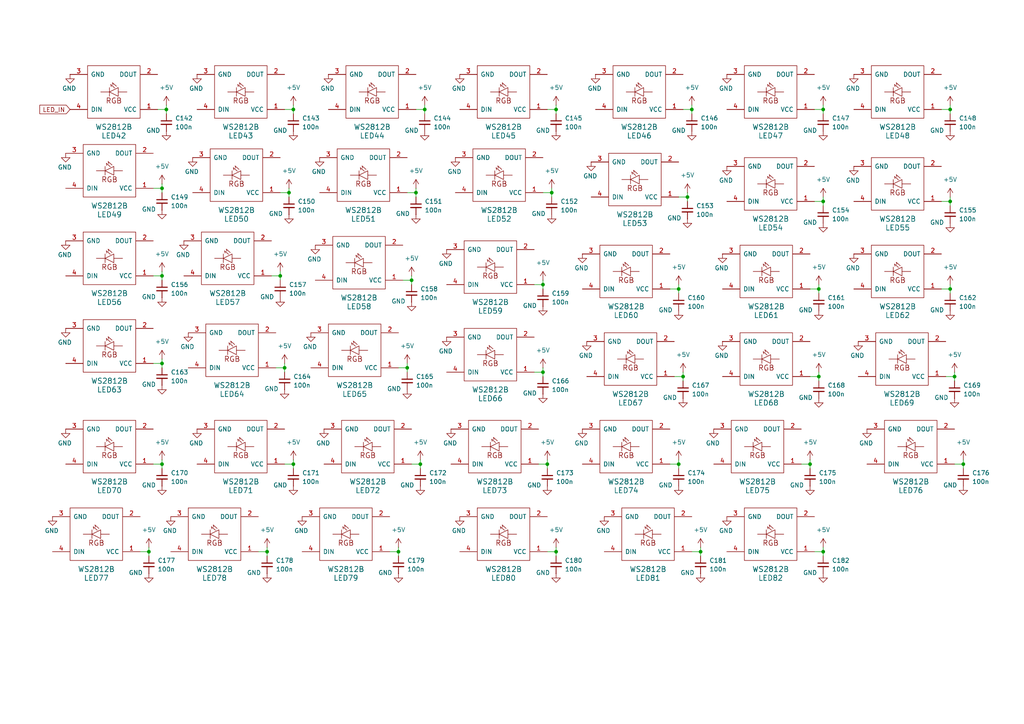
<source format=kicad_sch>
(kicad_sch (version 20231120) (generator "eeschema") (generator_version "8.0")
  (paper "A4")
  (junction (at 275.59 83.82))
  (junction (at 121.92 134.62))
  (junction (at 238.76 31.75))
  (junction (at 161.29 160.02))
  (junction (at 196.85 83.82))
  (junction (at 123.19 31.75))
  (junction (at 157.48 107.95))
  (junction (at 199.39 57.15))
  (junction (at 157.48 82.55))
  (junction (at 85.09 31.75))
  (junction (at 83.82 55.88))
  (junction (at 237.49 83.82))
  (junction (at 85.09 134.62))
  (junction (at 46.99 54.61))
  (junction (at 77.47 160.02))
  (junction (at 120.65 55.88))
  (junction (at 48.26 31.75))
  (junction (at 238.76 160.02))
  (junction (at 119.38 81.28))
  (junction (at 46.99 134.62))
  (junction (at 46.99 105.41))
  (junction (at 118.11 106.68))
  (junction (at 161.29 31.75))
  (junction (at 234.95 134.62))
  (junction (at 158.75 134.62))
  (junction (at 115.57 160.02))
  (junction (at 200.66 31.75))
  (junction (at 275.59 31.75))
  (junction (at 203.2 160.02))
  (junction (at 196.85 134.62))
  (junction (at 276.86 109.22))
  (junction (at 160.02 55.88))
  (junction (at 43.18 160.02))
  (junction (at 237.49 109.22))
  (junction (at 82.55 106.68))
  (junction (at 279.4 134.62))
  (junction (at 275.59 58.42))
  (junction (at 46.99 80.01))
  (junction (at 198.12 109.22))
  (junction (at 238.76 58.42))
  (junction (at 81.28 80.01))
  (wire (pts (xy 234.95 83.82) (xy 237.49 83.82)))
  (wire (pts (xy 44.45 105.41) (xy 46.99 105.41)))
  (wire (pts (xy 43.18 160.02) (xy 43.18 161.29)))
  (wire (pts (xy 196.85 57.15) (xy 199.39 57.15)))
  (wire (pts (xy 154.94 107.95) (xy 157.48 107.95)))
  (wire (pts (xy 83.82 54.61) (xy 83.82 55.88)))
  (wire (pts (xy 236.22 58.42) (xy 238.76 58.42)))
  (wire (pts (xy 78.74 80.01) (xy 81.28 80.01)))
  (wire (pts (xy 274.32 109.22) (xy 276.86 109.22)))
  (wire (pts (xy 44.45 54.61) (xy 46.99 54.61)))
  (wire (pts (xy 161.29 31.75) (xy 161.29 33.02)))
  (wire (pts (xy 120.65 55.88) (xy 120.65 57.15)))
  (wire (pts (xy 276.86 109.22) (xy 276.86 110.49)))
  (wire (pts (xy 275.59 83.82) (xy 275.59 85.09)))
  (wire (pts (xy 48.26 31.75) (xy 48.26 33.02)))
  (wire (pts (xy 158.75 160.02) (xy 161.29 160.02)))
  (wire (pts (xy 74.93 160.02) (xy 77.47 160.02)))
  (wire (pts (xy 120.65 54.61) (xy 120.65 55.88)))
  (wire (pts (xy 273.05 58.42) (xy 275.59 58.42)))
  (wire (pts (xy 279.4 134.62) (xy 279.4 135.89)))
  (wire (pts (xy 198.12 109.22) (xy 198.12 110.49)))
  (wire (pts (xy 46.99 104.14) (xy 46.99 105.41)))
  (wire (pts (xy 237.49 82.55) (xy 237.49 83.82)))
  (wire (pts (xy 273.05 83.82) (xy 275.59 83.82)))
  (wire (pts (xy 157.48 81.28) (xy 157.48 82.55)))
  (wire (pts (xy 46.99 133.35) (xy 46.99 134.62)))
  (wire (pts (xy 237.49 107.95) (xy 237.49 109.22)))
  (wire (pts (xy 116.84 81.28) (xy 119.38 81.28)))
  (wire (pts (xy 236.22 160.02) (xy 238.76 160.02)))
  (wire (pts (xy 46.99 53.34) (xy 46.99 54.61)))
  (wire (pts (xy 118.11 55.88) (xy 120.65 55.88)))
  (wire (pts (xy 43.18 158.75) (xy 43.18 160.02)))
  (wire (pts (xy 156.21 134.62) (xy 158.75 134.62)))
  (wire (pts (xy 83.82 55.88) (xy 83.82 57.15)))
  (wire (pts (xy 199.39 55.88) (xy 199.39 57.15)))
  (wire (pts (xy 157.48 106.68) (xy 157.48 107.95)))
  (wire (pts (xy 158.75 133.35) (xy 158.75 134.62)))
  (wire (pts (xy 46.99 78.74) (xy 46.99 80.01)))
  (wire (pts (xy 121.92 134.62) (xy 121.92 135.89)))
  (wire (pts (xy 115.57 160.02) (xy 115.57 161.29)))
  (wire (pts (xy 237.49 109.22) (xy 237.49 110.49)))
  (wire (pts (xy 161.29 30.48) (xy 161.29 31.75)))
  (wire (pts (xy 82.55 106.68) (xy 82.55 107.95)))
  (wire (pts (xy 77.47 160.02) (xy 77.47 161.29)))
  (wire (pts (xy 199.39 57.15) (xy 199.39 58.42)))
  (wire (pts (xy 85.09 30.48) (xy 85.09 31.75)))
  (wire (pts (xy 82.55 31.75) (xy 85.09 31.75)))
  (wire (pts (xy 123.19 31.75) (xy 123.19 33.02)))
  (wire (pts (xy 85.09 133.35) (xy 85.09 134.62)))
  (wire (pts (xy 85.09 31.75) (xy 85.09 33.02)))
  (wire (pts (xy 275.59 82.55) (xy 275.59 83.82)))
  (wire (pts (xy 118.11 105.41) (xy 118.11 106.68)))
  (wire (pts (xy 194.31 83.82) (xy 196.85 83.82)))
  (wire (pts (xy 82.55 105.41) (xy 82.55 106.68)))
  (wire (pts (xy 44.45 80.01) (xy 46.99 80.01)))
  (wire (pts (xy 120.65 31.75) (xy 123.19 31.75)))
  (wire (pts (xy 238.76 160.02) (xy 238.76 161.29)))
  (wire (pts (xy 279.4 133.35) (xy 279.4 134.62)))
  (wire (pts (xy 85.09 134.62) (xy 85.09 135.89)))
  (wire (pts (xy 46.99 105.41) (xy 46.99 106.68)))
  (wire (pts (xy 160.02 54.61) (xy 160.02 55.88)))
  (wire (pts (xy 194.31 134.62) (xy 196.85 134.62)))
  (wire (pts (xy 81.28 80.01) (xy 81.28 81.28)))
  (wire (pts (xy 196.85 134.62) (xy 196.85 135.89)))
  (wire (pts (xy 160.02 55.88) (xy 160.02 57.15)))
  (wire (pts (xy 238.76 31.75) (xy 238.76 33.02)))
  (wire (pts (xy 77.47 158.75) (xy 77.47 160.02)))
  (wire (pts (xy 115.57 106.68) (xy 118.11 106.68)))
  (wire (pts (xy 161.29 158.75) (xy 161.29 160.02)))
  (wire (pts (xy 119.38 80.01) (xy 119.38 81.28)))
  (wire (pts (xy 121.92 133.35) (xy 121.92 134.62)))
  (wire (pts (xy 40.64 160.02) (xy 43.18 160.02)))
  (wire (pts (xy 119.38 81.28) (xy 119.38 82.55)))
  (wire (pts (xy 238.76 158.75) (xy 238.76 160.02)))
  (wire (pts (xy 157.48 82.55) (xy 157.48 83.82)))
  (wire (pts (xy 236.22 31.75) (xy 238.76 31.75)))
  (wire (pts (xy 161.29 160.02) (xy 161.29 161.29)))
  (wire (pts (xy 80.01 106.68) (xy 82.55 106.68)))
  (wire (pts (xy 275.59 58.42) (xy 275.59 59.69)))
  (wire (pts (xy 48.26 30.48) (xy 48.26 31.75)))
  (wire (pts (xy 200.66 160.02) (xy 203.2 160.02)))
  (wire (pts (xy 46.99 54.61) (xy 46.99 55.88)))
  (wire (pts (xy 276.86 134.62) (xy 279.4 134.62)))
  (wire (pts (xy 115.57 158.75) (xy 115.57 160.02)))
  (wire (pts (xy 238.76 57.15) (xy 238.76 58.42)))
  (wire (pts (xy 46.99 134.62) (xy 46.99 135.89)))
  (wire (pts (xy 275.59 31.75) (xy 275.59 33.02)))
  (wire (pts (xy 234.95 133.35) (xy 234.95 134.62)))
  (wire (pts (xy 203.2 158.75) (xy 203.2 160.02)))
  (wire (pts (xy 154.94 82.55) (xy 157.48 82.55)))
  (wire (pts (xy 46.99 80.01) (xy 46.99 81.28)))
  (wire (pts (xy 119.38 134.62) (xy 121.92 134.62)))
  (wire (pts (xy 118.11 106.68) (xy 118.11 107.95)))
  (wire (pts (xy 81.28 78.74) (xy 81.28 80.01)))
  (wire (pts (xy 238.76 58.42) (xy 238.76 59.69)))
  (wire (pts (xy 232.41 134.62) (xy 234.95 134.62)))
  (wire (pts (xy 157.48 55.88) (xy 160.02 55.88)))
  (wire (pts (xy 198.12 31.75) (xy 200.66 31.75)))
  (wire (pts (xy 157.48 107.95) (xy 157.48 109.22)))
  (wire (pts (xy 195.58 109.22) (xy 198.12 109.22)))
  (wire (pts (xy 158.75 31.75) (xy 161.29 31.75)))
  (wire (pts (xy 275.59 30.48) (xy 275.59 31.75)))
  (wire (pts (xy 45.72 31.75) (xy 48.26 31.75)))
  (wire (pts (xy 196.85 133.35) (xy 196.85 134.62)))
  (wire (pts (xy 196.85 83.82) (xy 196.85 85.09)))
  (wire (pts (xy 276.86 107.95) (xy 276.86 109.22)))
  (wire (pts (xy 275.59 57.15) (xy 275.59 58.42)))
  (wire (pts (xy 82.55 134.62) (xy 85.09 134.62)))
  (wire (pts (xy 234.95 109.22) (xy 237.49 109.22)))
  (wire (pts (xy 158.75 134.62) (xy 158.75 135.89)))
  (wire (pts (xy 123.19 30.48) (xy 123.19 31.75)))
  (wire (pts (xy 81.28 55.88) (xy 83.82 55.88)))
  (wire (pts (xy 44.45 134.62) (xy 46.99 134.62)))
  (wire (pts (xy 196.85 82.55) (xy 196.85 83.82)))
  (wire (pts (xy 200.66 30.48) (xy 200.66 31.75)))
  (wire (pts (xy 234.95 134.62) (xy 234.95 135.89)))
  (wire (pts (xy 237.49 83.82) (xy 237.49 85.09)))
  (wire (pts (xy 113.03 160.02) (xy 115.57 160.02)))
  (wire (pts (xy 198.12 107.95) (xy 198.12 109.22)))
  (wire (pts (xy 273.05 31.75) (xy 275.59 31.75)))
  (wire (pts (xy 238.76 30.48) (xy 238.76 31.75)))
  (wire (pts (xy 203.2 160.02) (xy 203.2 161.29)))
  (wire (pts (xy 200.66 31.75) (xy 200.66 33.02)))
  (global_label "LED_IN" (shape input) (at 20.32 31.75 180) (property "Intersheetrefs" "${INTERSHEET_REFS}" (effects (hide yes))))
  (symbol (lib_id "power:GND") (at 133.35 21.59 0) (unit 1)
    (property "Reference" "#PWR0333" (effects (hide yes)))
    (property "Value" "GND" (at 133.096 25.654 0))
    (property "Description" "Power symbol creates a global label with name \"GND\" , ground" (effects (hide yes)))
  )
  (symbol (lib_id "Device:C_Small") (at 198.12 113.03 0) (unit 1)
    (property "Reference" "C167" (at 200.66 111.7662 0) (effects (justify left)))
    (property "Value" "100n" (at 200.66 114.3062 0) (effects (justify left)))
    (property "Footprint" "Capacitor_SMD:C_0402_1005Metric" (effects (hide yes)))
    (property "Description" "Unpolarized capacitor, small symbol" (effects (hide yes)))
  )
  (symbol (lib_id "Device:C_Small") (at 157.48 111.76 0) (unit 1)
    (property "Reference" "C166" (at 160.02 110.4962 0) (effects (justify left)))
    (property "Value" "100n" (at 160.02 113.0362 0) (effects (justify left)))
    (property "Footprint" "Capacitor_SMD:C_0402_1005Metric" (effects (hide yes)))
    (property "Description" "Unpolarized capacitor, small symbol" (effects (hide yes)))
  )
  (symbol (lib_id "power:GND") (at 161.29 38.1 0) (unit 1)
    (property "Reference" "#PWR0347" (effects (hide yes)))
    (property "Value" "GND" (at 157.48 37.846 0))
    (property "Description" "Power symbol creates a global label with name \"GND\" , ground" (effects (hide yes)))
  )
  (symbol (lib_id "power:+5V") (at 82.55 105.41 0) (unit 1)
    (property "Reference" "#PWR0401" (effects (hide yes)))
    (property "Value" "+5V" (at 82.55 100.33 0))
    (property "Description" "Power symbol creates a global label with name \"+5V\"" (effects (hide yes)))
  )
  (symbol (lib_id "power:GND") (at 157.48 114.3 0) (unit 1)
    (property "Reference" "#PWR0410" (effects (hide yes)))
    (property "Value" "GND" (at 153.67 114.046 0))
    (property "Description" "Power symbol creates a global label with name \"GND\" , ground" (effects (hide yes)))
  )
  (symbol (lib_id "KB_ws2812b:WS2812B") (at 100.33 154.94 180) (unit 1)
    (property "Reference" "LED79" (at 100.33 167.64 0) (effects (font (size 1.524 1.524))))
    (property "Value" "WS2812B" (at 100.33 165.1 0) (effects (font (size 1.524 1.524))))
    (property "Footprint" "KB_Switch_Misc:MX-LED_WS2812B_wide" (effects (hide yes)))
    (property "Description" "RGB LED with integrated controller" (effects (hide yes)))
  )
  (symbol (lib_id "power:+5V") (at 279.4 133.35 0) (unit 1)
    (property "Reference" "#PWR0427" (effects (hide yes)))
    (property "Value" "+5V" (at 279.4 128.27 0))
    (property "Description" "Power symbol creates a global label with name \"+5V\"" (effects (hide yes)))
  )
  (symbol (lib_id "KB_ws2812b:WS2812B") (at 184.15 52.07 180) (unit 1)
    (property "Reference" "LED53" (at 184.15 64.77 0) (effects (font (size 1.524 1.524))))
    (property "Value" "WS2812B" (at 184.15 62.23 0) (effects (font (size 1.524 1.524))))
    (property "Footprint" "KB_Switch_Misc:MX-LED_WS2812B_wide" (effects (hide yes)))
    (property "Description" "RGB LED with integrated controller" (effects (hide yes)))
  )
  (symbol (lib_id "power:GND") (at 55.88 45.72 0) (unit 1)
    (property "Reference" "#PWR0352" (effects (hide yes)))
    (property "Value" "GND" (at 55.626 49.784 0))
    (property "Description" "Power symbol creates a global label with name \"GND\" , ground" (effects (hide yes)))
  )
  (symbol (lib_id "Device:C_Small") (at 238.76 163.83 0) (unit 1)
    (property "Reference" "C182" (at 241.3 162.5662 0) (effects (justify left)))
    (property "Value" "100n" (at 241.3 165.1062 0) (effects (justify left)))
    (property "Footprint" "Capacitor_SMD:C_0402_1005Metric" (effects (hide yes)))
    (property "Description" "Unpolarized capacitor, small symbol" (effects (hide yes)))
  )
  (symbol (lib_id "KB_ws2812b:WS2812B") (at 27.94 154.94 180) (unit 1)
    (property "Reference" "LED77" (at 27.94 167.64 0) (effects (font (size 1.524 1.524))))
    (property "Value" "WS2812B" (at 27.94 165.1 0) (effects (font (size 1.524 1.524))))
    (property "Footprint" "KB_Switch_Misc:MX-LED_WS2812B_wide" (effects (hide yes)))
    (property "Description" "RGB LED with integrated controller" (effects (hide yes)))
  )
  (symbol (lib_id "KB_ws2812b:WS2812B") (at 31.75 129.54 180) (unit 1)
    (property "Reference" "LED70" (at 31.75 142.24 0) (effects (font (size 1.524 1.524))))
    (property "Value" "WS2812B" (at 31.75 139.7 0) (effects (font (size 1.524 1.524))))
    (property "Footprint" "KB_Switch_Misc:MX-LED_WS2812B_wide" (effects (hide yes)))
    (property "Description" "RGB LED with integrated controller" (effects (hide yes)))
  )
  (symbol (lib_id "KB_ws2812b:WS2812B") (at 31.75 49.53 180) (unit 1)
    (property "Reference" "LED49" (at 31.75 62.23 0) (effects (font (size 1.524 1.524))))
    (property "Value" "WS2812B" (at 31.75 59.69 0) (effects (font (size 1.524 1.524))))
    (property "Footprint" "KB_Switch_Misc:MX-LED_WS2812B_wide" (effects (hide yes)))
    (property "Description" "RGB LED with integrated controller" (effects (hide yes)))
  )
  (symbol (lib_id "KB_ws2812b:WS2812B") (at 33.02 26.67 180) (unit 1)
    (property "Reference" "LED42" (at 33.02 39.37 0) (effects (font (size 1.524 1.524))))
    (property "Value" "WS2812B" (at 33.02 36.83 0) (effects (font (size 1.524 1.524))))
    (property "Footprint" "KB_Switch_Misc:MX-LED_WS2812B_wide" (effects (hide yes)))
    (property "Description" "RGB LED with integrated controller" (effects (hide yes)))
  )
  (symbol (lib_id "power:GND") (at 133.35 149.86 0) (unit 1)
    (property "Reference" "#PWR0438" (effects (hide yes)))
    (property "Value" "GND" (at 133.096 153.924 0))
    (property "Description" "Power symbol creates a global label with name \"GND\" , ground" (effects (hide yes)))
  )
  (symbol (lib_id "power:GND") (at 118.11 113.03 0) (unit 1)
    (property "Reference" "#PWR0409" (effects (hide yes)))
    (property "Value" "GND" (at 114.3 112.776 0))
    (property "Description" "Power symbol creates a global label with name \"GND\" , ground" (effects (hide yes)))
  )
  (symbol (lib_id "power:GND") (at 234.95 140.97 0) (unit 1)
    (property "Reference" "#PWR0433" (effects (hide yes)))
    (property "Value" "GND" (at 231.14 140.716 0))
    (property "Description" "Power symbol creates a global label with name \"GND\" , ground" (effects (hide yes)))
  )
  (symbol (lib_id "power:GND") (at 87.63 149.86 0) (unit 1)
    (property "Reference" "#PWR0437" (effects (hide yes)))
    (property "Value" "GND" (at 87.376 153.924 0))
    (property "Description" "Power symbol creates a global label with name \"GND\" , ground" (effects (hide yes)))
  )
  (symbol (lib_id "Device:C_Small") (at 234.95 138.43 0) (unit 1)
    (property "Reference" "C175" (at 237.49 137.1662 0) (effects (justify left)))
    (property "Value" "100n" (at 237.49 139.7062 0) (effects (justify left)))
    (property "Footprint" "Capacitor_SMD:C_0402_1005Metric" (effects (hide yes)))
    (property "Description" "Unpolarized capacitor, small symbol" (effects (hide yes)))
  )
  (symbol (lib_id "KB_ws2812b:WS2812B") (at 260.35 78.74 180) (unit 1)
    (property "Reference" "LED62" (at 260.35 91.44 0) (effects (font (size 1.524 1.524))))
    (property "Value" "WS2812B" (at 260.35 88.9 0) (effects (font (size 1.524 1.524))))
    (property "Footprint" "KB_Switch_Misc:MX-LED_WS2812B_wide" (effects (hide yes)))
    (property "Description" "RGB LED with integrated controller" (effects (hide yes)))
  )
  (symbol (lib_id "power:GND") (at 210.82 48.26 0) (unit 1)
    (property "Reference" "#PWR0356" (effects (hide yes)))
    (property "Value" "GND" (at 210.566 52.324 0))
    (property "Description" "Power symbol creates a global label with name \"GND\" , ground" (effects (hide yes)))
  )
  (symbol (lib_id "Device:C_Small") (at 83.82 59.69 0) (unit 1)
    (property "Reference" "C150" (at 86.36 58.4262 0) (effects (justify left)))
    (property "Value" "100n" (at 86.36 60.9662 0) (effects (justify left)))
    (property "Footprint" "Capacitor_SMD:C_0402_1005Metric" (effects (hide yes)))
    (property "Description" "Unpolarized capacitor, small symbol" (effects (hide yes)))
  )
  (symbol (lib_id "power:GND") (at 85.09 38.1 0) (unit 1)
    (property "Reference" "#PWR0345" (effects (hide yes)))
    (property "Value" "GND" (at 81.28 37.846 0))
    (property "Description" "Power symbol creates a global label with name \"GND\" , ground" (effects (hide yes)))
  )
  (symbol (lib_id "KB_ws2812b:WS2812B") (at 264.16 129.54 180) (unit 1)
    (property "Reference" "LED76" (at 264.16 142.24 0) (effects (font (size 1.524 1.524))))
    (property "Value" "WS2812B" (at 264.16 139.7 0) (effects (font (size 1.524 1.524))))
    (property "Footprint" "KB_Switch_Misc:MX-LED_WS2812B_wide" (effects (hide yes)))
    (property "Description" "RGB LED with integrated controller" (effects (hide yes)))
  )
  (symbol (lib_id "power:GND") (at 132.08 45.72 0) (unit 1)
    (property "Reference" "#PWR0354" (effects (hide yes)))
    (property "Value" "GND" (at 131.826 49.784 0))
    (property "Description" "Power symbol creates a global label with name \"GND\" , ground" (effects (hide yes)))
  )
  (symbol (lib_id "power:GND") (at 238.76 38.1 0) (unit 1)
    (property "Reference" "#PWR0349" (effects (hide yes)))
    (property "Value" "GND" (at 234.95 37.846 0))
    (property "Description" "Power symbol creates a global label with name \"GND\" , ground" (effects (hide yes)))
  )
  (symbol (lib_id "power:+5V") (at 46.99 53.34 0) (unit 1)
    (property "Reference" "#PWR0358" (effects (hide yes)))
    (property "Value" "+5V" (at 46.99 48.26 0))
    (property "Description" "Power symbol creates a global label with name \"+5V\"" (effects (hide yes)))
  )
  (symbol (lib_id "KB_ws2812b:WS2812B") (at 260.35 53.34 180) (unit 1)
    (property "Reference" "LED55" (at 260.35 66.04 0) (effects (font (size 1.524 1.524))))
    (property "Value" "WS2812B" (at 260.35 63.5 0) (effects (font (size 1.524 1.524))))
    (property "Footprint" "KB_Switch_Misc:MX-LED_WS2812B_wide" (effects (hide yes)))
    (property "Description" "RGB LED with integrated controller" (effects (hide yes)))
  )
  (symbol (lib_id "Device:C_Small") (at 115.57 163.83 0) (unit 1)
    (property "Reference" "C179" (at 118.11 162.5662 0) (effects (justify left)))
    (property "Value" "100n" (at 118.11 165.1062 0) (effects (justify left)))
    (property "Footprint" "Capacitor_SMD:C_0402_1005Metric" (effects (hide yes)))
    (property "Description" "Unpolarized capacitor, small symbol" (effects (hide yes)))
  )
  (symbol (lib_id "power:+5V") (at 198.12 107.95 0) (unit 1)
    (property "Reference" "#PWR0404" (effects (hide yes)))
    (property "Value" "+5V" (at 198.12 102.87 0))
    (property "Description" "Power symbol creates a global label with name \"+5V\"" (effects (hide yes)))
  )
  (symbol (lib_id "Device:C_Small") (at 46.99 138.43 0) (unit 1)
    (property "Reference" "C170" (at 49.53 137.1662 0) (effects (justify left)))
    (property "Value" "100n" (at 49.53 139.7062 0) (effects (justify left)))
    (property "Footprint" "Capacitor_SMD:C_0402_1005Metric" (effects (hide yes)))
    (property "Description" "Unpolarized capacitor, small symbol" (effects (hide yes)))
  )
  (symbol (lib_id "Device:C_Small") (at 160.02 59.69 0) (unit 1)
    (property "Reference" "C152" (at 162.56 58.4262 0) (effects (justify left)))
    (property "Value" "100n" (at 162.56 60.9662 0) (effects (justify left)))
    (property "Footprint" "Capacitor_SMD:C_0402_1005Metric" (effects (hide yes)))
    (property "Description" "Unpolarized capacitor, small symbol" (effects (hide yes)))
  )
  (symbol (lib_id "KB_ws2812b:WS2812B") (at 142.24 77.47 180) (unit 1)
    (property "Reference" "LED59" (at 142.24 90.17 0) (effects (font (size 1.524 1.524))))
    (property "Value" "WS2812B" (at 142.24 87.63 0) (effects (font (size 1.524 1.524))))
    (property "Footprint" "KB_Switch_Misc:MX-LED_WS2812B_wide" (effects (hide yes)))
    (property "Description" "RGB LED with integrated controller" (effects (hide yes)))
  )
  (symbol (lib_id "power:GND") (at 209.55 99.06 0) (unit 1)
    (property "Reference" "#PWR0398" (effects (hide yes)))
    (property "Value" "GND" (at 209.296 103.124 0))
    (property "Description" "Power symbol creates a global label with name \"GND\" , ground" (effects (hide yes)))
  )
  (symbol (lib_id "power:+5V") (at 203.2 158.75 0) (unit 1)
    (property "Reference" "#PWR0445" (effects (hide yes)))
    (property "Value" "+5V" (at 203.2 153.67 0))
    (property "Description" "Power symbol creates a global label with name \"+5V\"" (effects (hide yes)))
  )
  (symbol (lib_id "power:GND") (at 237.49 115.57 0) (unit 1)
    (property "Reference" "#PWR0412" (effects (hide yes)))
    (property "Value" "GND" (at 233.68 115.316 0))
    (property "Description" "Power symbol creates a global label with name \"GND\" , ground" (effects (hide yes)))
  )
  (symbol (lib_id "power:+5V") (at 196.85 82.55 0) (unit 1)
    (property "Reference" "#PWR0383" (effects (hide yes)))
    (property "Value" "+5V" (at 196.85 77.47 0))
    (property "Description" "Power symbol creates a global label with name \"+5V\"" (effects (hide yes)))
  )
  (symbol (lib_id "power:+5V") (at 237.49 82.55 0) (unit 1)
    (property "Reference" "#PWR0384" (effects (hide yes)))
    (property "Value" "+5V" (at 237.49 77.47 0))
    (property "Description" "Power symbol creates a global label with name \"+5V\"" (effects (hide yes)))
  )
  (symbol (lib_id "power:GND") (at 175.26 149.86 0) (unit 1)
    (property "Reference" "#PWR0439" (effects (hide yes)))
    (property "Value" "GND" (at 175.006 153.924 0))
    (property "Description" "Power symbol creates a global label with name \"GND\" , ground" (effects (hide yes)))
  )
  (symbol (lib_id "KB_ws2812b:WS2812B") (at 102.87 101.6 180) (unit 1)
    (property "Reference" "LED65" (at 102.87 114.3 0) (effects (font (size 1.524 1.524))))
    (property "Value" "WS2812B" (at 102.87 111.76 0) (effects (font (size 1.524 1.524))))
    (property "Footprint" "KB_Switch_Misc:MX-LED_WS2812B_wide" (effects (hide yes)))
    (property "Description" "RGB LED with integrated controller" (effects (hide yes)))
  )
  (symbol (lib_id "KB_ws2812b:WS2812B") (at 106.68 129.54 180) (unit 1)
    (property "Reference" "LED72" (at 106.68 142.24 0) (effects (font (size 1.524 1.524))))
    (property "Value" "WS2812B" (at 106.68 139.7 0) (effects (font (size 1.524 1.524))))
    (property "Footprint" "KB_Switch_Misc:MX-LED_WS2812B_wide" (effects (hide yes)))
    (property "Description" "RGB LED with integrated controller" (effects (hide yes)))
  )
  (symbol (lib_id "power:GND") (at 20.32 21.59 0) (unit 1)
    (property "Reference" "#PWR0330" (effects (hide yes)))
    (property "Value" "GND" (at 20.066 25.654 0))
    (property "Description" "Power symbol creates a global label with name \"GND\" , ground" (effects (hide yes)))
  )
  (symbol (lib_id "Device:C_Small") (at 275.59 62.23 0) (unit 1)
    (property "Reference" "C155" (at 278.13 60.9662 0) (effects (justify left)))
    (property "Value" "100n" (at 278.13 63.5062 0) (effects (justify left)))
    (property "Footprint" "Capacitor_SMD:C_0402_1005Metric" (effects (hide yes)))
    (property "Description" "Unpolarized capacitor, small symbol" (effects (hide yes)))
  )
  (symbol (lib_id "power:GND") (at 196.85 140.97 0) (unit 1)
    (property "Reference" "#PWR0432" (effects (hide yes)))
    (property "Value" "GND" (at 193.04 140.716 0))
    (property "Description" "Power symbol creates a global label with name \"GND\" , ground" (effects (hide yes)))
  )
  (symbol (lib_id "power:GND") (at 238.76 166.37 0) (unit 1)
    (property "Reference" "#PWR0452" (effects (hide yes)))
    (property "Value" "GND" (at 234.95 166.116 0))
    (property "Description" "Power symbol creates a global label with name \"GND\" , ground" (effects (hide yes)))
  )
  (symbol (lib_id "power:GND") (at 168.91 73.66 0) (unit 1)
    (property "Reference" "#PWR0376" (effects (hide yes)))
    (property "Value" "GND" (at 168.656 77.724 0))
    (property "Description" "Power symbol creates a global label with name \"GND\" , ground" (effects (hide yes)))
  )
  (symbol (lib_id "power:GND") (at 53.34 69.85 0) (unit 1)
    (property "Reference" "#PWR0373" (effects (hide yes)))
    (property "Value" "GND" (at 53.086 73.914 0))
    (property "Description" "Power symbol creates a global label with name \"GND\" , ground" (effects (hide yes)))
  )
  (symbol (lib_id "power:GND") (at 46.99 60.96 0) (unit 1)
    (property "Reference" "#PWR0365" (effects (hide yes)))
    (property "Value" "GND" (at 43.18 60.706 0))
    (property "Description" "Power symbol creates a global label with name \"GND\" , ground" (effects (hide yes)))
  )
  (symbol (lib_id "power:+5V") (at 275.59 82.55 0) (unit 1)
    (property "Reference" "#PWR0385" (effects (hide yes)))
    (property "Value" "+5V" (at 275.59 77.47 0))
    (property "Description" "Power symbol creates a global label with name \"+5V\"" (effects (hide yes)))
  )
  (symbol (lib_id "KB_ws2812b:WS2812B") (at 105.41 50.8 180) (unit 1)
    (property "Reference" "LED51" (at 105.41 63.5 0) (effects (font (size 1.524 1.524))))
    (property "Value" "WS2812B" (at 105.41 60.96 0) (effects (font (size 1.524 1.524))))
    (property "Footprint" "KB_Switch_Misc:MX-LED_WS2812B_wide" (effects (hide yes)))
    (property "Description" "RGB LED with integrated controller" (effects (hide yes)))
  )
  (symbol (lib_id "power:GND") (at 129.54 72.39 0) (unit 1)
    (property "Reference" "#PWR0375" (effects (hide yes)))
    (property "Value" "GND" (at 129.286 76.454 0))
    (property "Description" "Power symbol creates a global label with name \"GND\" , ground" (effects (hide yes)))
  )
  (symbol (lib_id "Device:C_Small") (at 200.66 35.56 0) (unit 1)
    (property "Reference" "C146" (at 203.2 34.2962 0) (effects (justify left)))
    (property "Value" "100n" (at 203.2 36.8362 0) (effects (justify left)))
    (property "Footprint" "Capacitor_SMD:C_0402_1005Metric" (effects (hide yes)))
    (property "Description" "Unpolarized capacitor, small symbol" (effects (hide yes)))
  )
  (symbol (lib_id "power:GND") (at 77.47 166.37 0) (unit 1)
    (property "Reference" "#PWR0448" (effects (hide yes)))
    (property "Value" "GND" (at 73.66 166.116 0))
    (property "Description" "Power symbol creates a global label with name \"GND\" , ground" (effects (hide yes)))
  )
  (symbol (lib_id "power:GND") (at 200.66 38.1 0) (unit 1)
    (property "Reference" "#PWR0348" (effects (hide yes)))
    (property "Value" "GND" (at 196.85 37.846 0))
    (property "Description" "Power symbol creates a global label with name \"GND\" , ground" (effects (hide yes)))
  )
  (symbol (lib_id "Device:C_Small") (at 203.2 163.83 0) (unit 1)
    (property "Reference" "C181" (at 205.74 162.5662 0) (effects (justify left)))
    (property "Value" "100n" (at 205.74 165.1062 0) (effects (justify left)))
    (property "Footprint" "Capacitor_SMD:C_0402_1005Metric" (effects (hide yes)))
    (property "Description" "Unpolarized capacitor, small symbol" (effects (hide yes)))
  )
  (symbol (lib_id "KB_ws2812b:WS2812B") (at 69.85 129.54 180) (unit 1)
    (property "Reference" "LED71" (at 69.85 142.24 0) (effects (font (size 1.524 1.524))))
    (property "Value" "WS2812B" (at 69.85 139.7 0) (effects (font (size 1.524 1.524))))
    (property "Footprint" "KB_Switch_Misc:MX-LED_WS2812B_wide" (effects (hide yes)))
    (property "Description" "RGB LED with integrated controller" (effects (hide yes)))
  )
  (symbol (lib_id "power:GND") (at 198.12 115.57 0) (unit 1)
    (property "Reference" "#PWR0411" (effects (hide yes)))
    (property "Value" "GND" (at 194.31 115.316 0))
    (property "Description" "Power symbol creates a global label with name \"GND\" , ground" (effects (hide yes)))
  )
  (symbol (lib_id "power:GND") (at 57.15 124.46 0) (unit 1)
    (property "Reference" "#PWR0415" (effects (hide yes)))
    (property "Value" "GND" (at 56.896 128.524 0))
    (property "Description" "Power symbol creates a global label with name \"GND\" , ground" (effects (hide yes)))
  )
  (symbol (lib_id "KB_ws2812b:WS2812B") (at 66.04 74.93 180) (unit 1)
    (property "Reference" "LED57" (at 66.04 87.63 0) (effects (font (size 1.524 1.524))))
    (property "Value" "WS2812B" (at 66.04 85.09 0) (effects (font (size 1.524 1.524))))
    (property "Footprint" "KB_Switch_Misc:MX-LED_WS2812B_wide" (effects (hide yes)))
    (property "Description" "RGB LED with integrated controller" (effects (hide yes)))
  )
  (symbol (lib_id "Device:C_Small") (at 82.55 110.49 0) (unit 1)
    (property "Reference" "C164" (at 85.09 109.2262 0) (effects (justify left)))
    (property "Value" "100n" (at 85.09 111.7662 0) (effects (justify left)))
    (property "Footprint" "Capacitor_SMD:C_0402_1005Metric" (effects (hide yes)))
    (property "Description" "Unpolarized capacitor, small symbol" (effects (hide yes)))
  )
  (symbol (lib_id "power:GND") (at 85.09 140.97 0) (unit 1)
    (property "Reference" "#PWR0429" (effects (hide yes)))
    (property "Value" "GND" (at 81.28 140.716 0))
    (property "Description" "Power symbol creates a global label with name \"GND\" , ground" (effects (hide yes)))
  )
  (symbol (lib_id "KB_ws2812b:WS2812B") (at 31.75 100.33 180) (unit 1)
    (property "Reference" "LED63" (at 31.75 113.03 0) (effects (font (size 1.524 1.524))))
    (property "Value" "WS2812B" (at 31.75 110.49 0) (effects (font (size 1.524 1.524))))
    (property "Footprint" "KB_Switch_Misc:MX-LED_WS2812B_wide" (effects (hide yes)))
    (property "Description" "RGB LED with integrated controller" (effects (hide yes)))
  )
  (symbol (lib_id "power:GND") (at 90.17 96.52 0) (unit 1)
    (property "Reference" "#PWR0395" (effects (hide yes)))
    (property "Value" "GND" (at 89.916 100.584 0))
    (property "Description" "Power symbol creates a global label with name \"GND\" , ground" (effects (hide yes)))
  )
  (symbol (lib_id "Device:C_Small") (at 275.59 35.56 0) (unit 1)
    (property "Reference" "C148" (at 278.13 34.2962 0) (effects (justify left)))
    (property "Value" "100n" (at 278.13 36.8362 0) (effects (justify left)))
    (property "Footprint" "Capacitor_SMD:C_0402_1005Metric" (effects (hide yes)))
    (property "Description" "Unpolarized capacitor, small symbol" (effects (hide yes)))
  )
  (symbol (lib_id "power:GND") (at 196.85 90.17 0) (unit 1)
    (property "Reference" "#PWR0390" (effects (hide yes)))
    (property "Value" "GND" (at 193.04 89.916 0))
    (property "Description" "Power symbol creates a global label with name \"GND\" , ground" (effects (hide yes)))
  )
  (symbol (lib_id "power:+5V") (at 276.86 107.95 0) (unit 1)
    (property "Reference" "#PWR0406" (effects (hide yes)))
    (property "Value" "+5V" (at 276.86 102.87 0))
    (property "Description" "Power symbol creates a global label with name \"+5V\"" (effects (hide yes)))
  )
  (symbol (lib_id "Device:C_Small") (at 196.85 138.43 0) (unit 1)
    (property "Reference" "C174" (at 199.39 137.1662 0) (effects (justify left)))
    (property "Value" "100n" (at 199.39 139.7062 0) (effects (justify left)))
    (property "Footprint" "Capacitor_SMD:C_0402_1005Metric" (effects (hide yes)))
    (property "Description" "Unpolarized capacitor, small symbol" (effects (hide yes)))
  )
  (symbol (lib_id "power:GND") (at 275.59 64.77 0) (unit 1)
    (property "Reference" "#PWR0371" (effects (hide yes)))
    (property "Value" "GND" (at 271.78 64.516 0))
    (property "Description" "Power symbol creates a global label with name \"GND\" , ground" (effects (hide yes)))
  )
  (symbol (lib_id "KB_ws2812b:WS2812B") (at 69.85 26.67 180) (unit 1)
    (property "Reference" "LED43" (at 69.85 39.37 0) (effects (font (size 1.524 1.524))))
    (property "Value" "WS2812B" (at 69.85 36.83 0) (effects (font (size 1.524 1.524))))
    (property "Footprint" "KB_Switch_Misc:MX-LED_WS2812B_wide" (effects (hide yes)))
    (property "Description" "RGB LED with integrated controller" (effects (hide yes)))
  )
  (symbol (lib_id "KB_ws2812b:WS2812B") (at 222.25 78.74 180) (unit 1)
    (property "Reference" "LED61" (at 222.25 91.44 0) (effects (font (size 1.524 1.524))))
    (property "Value" "WS2812B" (at 222.25 88.9 0) (effects (font (size 1.524 1.524))))
    (property "Footprint" "KB_Switch_Misc:MX-LED_WS2812B_wide" (effects (hide yes)))
    (property "Description" "RGB LED with integrated controller" (effects (hide yes)))
  )
  (symbol (lib_id "KB_ws2812b:WS2812B") (at 187.96 154.94 180) (unit 1)
    (property "Reference" "LED81" (at 187.96 167.64 0) (effects (font (size 1.524 1.524))))
    (property "Value" "WS2812B" (at 187.96 165.1 0) (effects (font (size 1.524 1.524))))
    (property "Footprint" "KB_Switch_Misc:MX-LED_WS2812B_wide" (effects (hide yes)))
    (property "Description" "RGB LED with integrated controller" (effects (hide yes)))
  )
  (symbol (lib_id "power:+5V") (at 46.99 133.35 0) (unit 1)
    (property "Reference" "#PWR0421" (effects (hide yes)))
    (property "Value" "+5V" (at 46.99 128.27 0))
    (property "Description" "Power symbol creates a global label with name \"+5V\"" (effects (hide yes)))
  )
  (symbol (lib_id "power:GND") (at 275.59 90.17 0) (unit 1)
    (property "Reference" "#PWR0392" (effects (hide yes)))
    (property "Value" "GND" (at 271.78 89.916 0))
    (property "Description" "Power symbol creates a global label with name \"GND\" , ground" (effects (hide yes)))
  )
  (symbol (lib_id "Device:C_Small") (at 123.19 35.56 0) (unit 1)
    (property "Reference" "C144" (at 125.73 34.2962 0) (effects (justify left)))
    (property "Value" "100n" (at 125.73 36.8362 0) (effects (justify left)))
    (property "Footprint" "Capacitor_SMD:C_0402_1005Metric" (effects (hide yes)))
    (property "Description" "Unpolarized capacitor, small symbol" (effects (hide yes)))
  )
  (symbol (lib_id "Device:C_Small") (at 85.09 138.43 0) (unit 1)
    (property "Reference" "C171" (at 87.63 137.1662 0) (effects (justify left)))
    (property "Value" "100n" (at 87.63 139.7062 0) (effects (justify left)))
    (property "Footprint" "Capacitor_SMD:C_0402_1005Metric" (effects (hide yes)))
    (property "Description" "Unpolarized capacitor, small symbol" (effects (hide yes)))
  )
  (symbol (lib_id "power:GND") (at 129.54 97.79 0) (unit 1)
    (property "Reference" "#PWR0396" (effects (hide yes)))
    (property "Value" "GND" (at 129.286 101.854 0))
    (property "Description" "Power symbol creates a global label with name \"GND\" , ground" (effects (hide yes)))
  )
  (symbol (lib_id "power:GND") (at 158.75 140.97 0) (unit 1)
    (property "Reference" "#PWR0431" (effects (hide yes)))
    (property "Value" "GND" (at 154.94 140.716 0))
    (property "Description" "Power symbol creates a global label with name \"GND\" , ground" (effects (hide yes)))
  )
  (symbol (lib_id "Device:C_Small") (at 237.49 113.03 0) (unit 1)
    (property "Reference" "C168" (at 240.03 111.7662 0) (effects (justify left)))
    (property "Value" "100n" (at 240.03 114.3062 0) (effects (justify left)))
    (property "Footprint" "Capacitor_SMD:C_0402_1005Metric" (effects (hide yes)))
    (property "Description" "Unpolarized capacitor, small symbol" (effects (hide yes)))
  )
  (symbol (lib_id "KB_ws2812b:WS2812B") (at 146.05 154.94 180) (unit 1)
    (property "Reference" "LED80" (at 146.05 167.64 0) (effects (font (size 1.524 1.524))))
    (property "Value" "WS2812B" (at 146.05 165.1 0) (effects (font (size 1.524 1.524))))
    (property "Footprint" "KB_Switch_Misc:MX-LED_WS2812B_wide" (effects (hide yes)))
    (property "Description" "RGB LED with integrated controller" (effects (hide yes)))
  )
  (symbol (lib_id "power:GND") (at 19.05 69.85 0) (unit 1)
    (property "Reference" "#PWR0372" (effects (hide yes)))
    (property "Value" "GND" (at 18.796 73.914 0))
    (property "Description" "Power symbol creates a global label with name \"GND\" , ground" (effects (hide yes)))
  )
  (symbol (lib_id "power:+5V") (at 161.29 158.75 0) (unit 1)
    (property "Reference" "#PWR0444" (effects (hide yes)))
    (property "Value" "+5V" (at 161.29 153.67 0))
    (property "Description" "Power symbol creates a global label with name \"+5V\"" (effects (hide yes)))
  )
  (symbol (lib_id "power:GND") (at 46.99 86.36 0) (unit 1)
    (property "Reference" "#PWR0386" (effects (hide yes)))
    (property "Value" "GND" (at 43.18 86.106 0))
    (property "Description" "Power symbol creates a global label with name \"GND\" , ground" (effects (hide yes)))
  )
  (symbol (lib_id "power:GND") (at 49.53 149.86 0) (unit 1)
    (property "Reference" "#PWR0436" (effects (hide yes)))
    (property "Value" "GND" (at 49.276 153.924 0))
    (property "Description" "Power symbol creates a global label with name \"GND\" , ground" (effects (hide yes)))
  )
  (symbol (lib_id "power:GND") (at 119.38 87.63 0) (unit 1)
    (property "Reference" "#PWR0388" (effects (hide yes)))
    (property "Value" "GND" (at 115.57 87.376 0))
    (property "Description" "Power symbol creates a global label with name \"GND\" , ground" (effects (hide yes)))
  )
  (symbol (lib_id "power:+5V") (at 121.92 133.35 0) (unit 1)
    (property "Reference" "#PWR0423" (effects (hide yes)))
    (property "Value" "+5V" (at 121.92 128.27 0))
    (property "Description" "Power symbol creates a global label with name \"+5V\"" (effects (hide yes)))
  )
  (symbol (lib_id "Device:C_Small") (at 46.99 109.22 0) (unit 1)
    (property "Reference" "C163" (at 49.53 107.9562 0) (effects (justify left)))
    (property "Value" "100n" (at 49.53 110.4962 0) (effects (justify left)))
    (property "Footprint" "Capacitor_SMD:C_0402_1005Metric" (effects (hide yes)))
    (property "Description" "Unpolarized capacitor, small symbol" (effects (hide yes)))
  )
  (symbol (lib_id "Device:C_Small") (at 119.38 85.09 0) (unit 1)
    (property "Reference" "C158" (at 121.92 83.8262 0) (effects (justify left)))
    (property "Value" "100n" (at 121.92 86.3662 0) (effects (justify left)))
    (property "Footprint" "Capacitor_SMD:C_0402_1005Metric" (effects (hide yes)))
    (property "Description" "Unpolarized capacitor, small symbol" (effects (hide yes)))
  )
  (symbol (lib_id "power:GND") (at 95.25 21.59 0) (unit 1)
    (property "Reference" "#PWR0332" (effects (hide yes)))
    (property "Value" "GND" (at 94.996 25.654 0))
    (property "Description" "Power symbol creates a global label with name \"GND\" , ground" (effects (hide yes)))
  )
  (symbol (lib_id "Device:C_Small") (at 161.29 163.83 0) (unit 1)
    (property "Reference" "C180" (at 163.83 162.5662 0) (effects (justify left)))
    (property "Value" "100n" (at 163.83 165.1062 0) (effects (justify left)))
    (property "Footprint" "Capacitor_SMD:C_0402_1005Metric" (effects (hide yes)))
    (property "Description" "Unpolarized capacitor, small symbol" (effects (hide yes)))
  )
  (symbol (lib_id "power:+5V") (at 200.66 30.48 0) (unit 1)
    (property "Reference" "#PWR0341" (effects (hide yes)))
    (property "Value" "+5V" (at 200.66 25.4 0))
    (property "Description" "Power symbol creates a global label with name \"+5V\"" (effects (hide yes)))
  )
  (symbol (lib_id "KB_ws2812b:WS2812B") (at 261.62 104.14 180) (unit 1)
    (property "Reference" "LED69" (at 261.62 116.84 0) (effects (font (size 1.524 1.524))))
    (property "Value" "WS2812B" (at 261.62 114.3 0) (effects (font (size 1.524 1.524))))
    (property "Footprint" "KB_Switch_Misc:MX-LED_WS2812B_wide" (effects (hide yes)))
    (property "Description" "RGB LED with integrated controller" (effects (hide yes)))
  )
  (symbol (lib_id "power:+5V") (at 115.57 158.75 0) (unit 1)
    (property "Reference" "#PWR0443" (effects (hide yes)))
    (property "Value" "+5V" (at 115.57 153.67 0))
    (property "Description" "Power symbol creates a global label with name \"+5V\"" (effects (hide yes)))
  )
  (symbol (lib_id "power:GND") (at 168.91 124.46 0) (unit 1)
    (property "Reference" "#PWR0418" (effects (hide yes)))
    (property "Value" "GND" (at 168.656 128.524 0))
    (property "Description" "Power symbol creates a global label with name \"GND\" , ground" (effects (hide yes)))
  )
  (symbol (lib_id "Device:C_Small") (at 85.09 35.56 0) (unit 1)
    (property "Reference" "C143" (at 87.63 34.2962 0) (effects (justify left)))
    (property "Value" "100n" (at 87.63 36.8362 0) (effects (justify left)))
    (property "Footprint" "Capacitor_SMD:C_0402_1005Metric" (effects (hide yes)))
    (property "Description" "Unpolarized capacitor, small symbol" (effects (hide yes)))
  )
  (symbol (lib_id "KB_ws2812b:WS2812B") (at 181.61 78.74 180) (unit 1)
    (property "Reference" "LED60" (at 181.61 91.44 0) (effects (font (size 1.524 1.524))))
    (property "Value" "WS2812B" (at 181.61 88.9 0) (effects (font (size 1.524 1.524))))
    (property "Footprint" "KB_Switch_Misc:MX-LED_WS2812B_wide" (effects (hide yes)))
    (property "Description" "RGB LED with integrated controller" (effects (hide yes)))
  )
  (symbol (lib_id "Device:C_Small") (at 46.99 83.82 0) (unit 1)
    (property "Reference" "C156" (at 49.53 82.5562 0) (effects (justify left)))
    (property "Value" "100n" (at 49.53 85.0962 0) (effects (justify left)))
    (property "Footprint" "Capacitor_SMD:C_0402_1005Metric" (effects (hide yes)))
    (property "Description" "Unpolarized capacitor, small symbol" (effects (hide yes)))
  )
  (symbol (lib_id "power:+5V") (at 275.59 57.15 0) (unit 1)
    (property "Reference" "#PWR0364" (effects (hide yes)))
    (property "Value" "+5V" (at 275.59 52.07 0))
    (property "Description" "Power symbol creates a global label with name \"+5V\"" (effects (hide yes)))
  )
  (symbol (lib_id "power:GND") (at 83.82 62.23 0) (unit 1)
    (property "Reference" "#PWR0366" (effects (hide yes)))
    (property "Value" "GND" (at 80.01 61.976 0))
    (property "Description" "Power symbol creates a global label with name \"GND\" , ground" (effects (hide yes)))
  )
  (symbol (lib_id "KB_ws2812b:WS2812B") (at 181.61 129.54 180) (unit 1)
    (property "Reference" "LED74" (at 181.61 142.24 0) (effects (font (size 1.524 1.524))))
    (property "Value" "WS2812B" (at 181.61 139.7 0) (effects (font (size 1.524 1.524))))
    (property "Footprint" "KB_Switch_Misc:MX-LED_WS2812B_wide" (effects (hide yes)))
    (property "Description" "RGB LED with integrated controller" (effects (hide yes)))
  )
  (symbol (lib_id "power:+5V") (at 81.28 78.74 0) (unit 1)
    (property "Reference" "#PWR0380" (effects (hide yes)))
    (property "Value" "+5V" (at 81.28 73.66 0))
    (property "Description" "Power symbol creates a global label with name \"+5V\"" (effects (hide yes)))
  )
  (symbol (lib_id "Device:C_Small") (at 43.18 163.83 0) (unit 1)
    (property "Reference" "C177" (at 45.72 162.5662 0) (effects (justify left)))
    (property "Value" "100n" (at 45.72 165.1062 0) (effects (justify left)))
    (property "Footprint" "Capacitor_SMD:C_0402_1005Metric" (effects (hide yes)))
    (property "Description" "Unpolarized capacitor, small symbol" (effects (hide yes)))
  )
  (symbol (lib_id "power:GND") (at 160.02 62.23 0) (unit 1)
    (property "Reference" "#PWR0368" (effects (hide yes)))
    (property "Value" "GND" (at 156.21 61.976 0))
    (property "Description" "Power symbol creates a global label with name \"GND\" , ground" (effects (hide yes)))
  )
  (symbol (lib_id "power:GND") (at 120.65 62.23 0) (unit 1)
    (property "Reference" "#PWR0367" (effects (hide yes)))
    (property "Value" "GND" (at 116.84 61.976 0))
    (property "Description" "Power symbol creates a global label with name \"GND\" , ground" (effects (hide yes)))
  )
  (symbol (lib_id "Device:C_Small") (at 46.99 58.42 0) (unit 1)
    (property "Reference" "C149" (at 49.53 57.1562 0) (effects (justify left)))
    (property "Value" "100n" (at 49.53 59.6962 0) (effects (justify left)))
    (property "Footprint" "Capacitor_SMD:C_0402_1005Metric" (effects (hide yes)))
    (property "Description" "Unpolarized capacitor, small symbol" (effects (hide yes)))
  )
  (symbol (lib_id "power:+5V") (at 120.65 54.61 0) (unit 1)
    (property "Reference" "#PWR0360" (effects (hide yes)))
    (property "Value" "+5V" (at 120.65 49.53 0))
    (property "Description" "Power symbol creates a global label with name \"+5V\"" (effects (hide yes)))
  )
  (symbol (lib_id "KB_ws2812b:WS2812B") (at 222.25 104.14 180) (unit 1)
    (property "Reference" "LED68" (at 222.25 116.84 0) (effects (font (size 1.524 1.524))))
    (property "Value" "WS2812B" (at 222.25 114.3 0) (effects (font (size 1.524 1.524))))
    (property "Footprint" "KB_Switch_Misc:MX-LED_WS2812B_wide" (effects (hide yes)))
    (property "Description" "RGB LED with integrated controller" (effects (hide yes)))
  )
  (symbol (lib_id "power:GND") (at 161.29 166.37 0) (unit 1)
    (property "Reference" "#PWR0450" (effects (hide yes)))
    (property "Value" "GND" (at 157.48 166.116 0))
    (property "Description" "Power symbol creates a global label with name \"GND\" , ground" (effects (hide yes)))
  )
  (symbol (lib_id "power:GND") (at 275.59 38.1 0) (unit 1)
    (property "Reference" "#PWR0350" (effects (hide yes)))
    (property "Value" "GND" (at 271.78 37.846 0))
    (property "Description" "Power symbol creates a global label with name \"GND\" , ground" (effects (hide yes)))
  )
  (symbol (lib_id "power:+5V") (at 157.48 81.28 0) (unit 1)
    (property "Reference" "#PWR0382" (effects (hide yes)))
    (property "Value" "+5V" (at 157.48 76.2 0))
    (property "Description" "Power symbol creates a global label with name \"+5V\"" (effects (hide yes)))
  )
  (symbol (lib_id "power:GND") (at 248.92 99.06 0) (unit 1)
    (property "Reference" "#PWR0399" (effects (hide yes)))
    (property "Value" "GND" (at 248.666 103.124 0))
    (property "Description" "Power symbol creates a global label with name \"GND\" , ground" (effects (hide yes)))
  )
  (symbol (lib_id "power:+5V") (at 43.18 158.75 0) (unit 1)
    (property "Reference" "#PWR0441" (effects (hide yes)))
    (property "Value" "+5V" (at 43.18 153.67 0))
    (property "Description" "Power symbol creates a global label with name \"+5V\"" (effects (hide yes)))
  )
  (symbol (lib_id "power:+5V") (at 237.49 107.95 0) (unit 1)
    (property "Reference" "#PWR0405" (effects (hide yes)))
    (property "Value" "+5V" (at 237.49 102.87 0))
    (property "Description" "Power symbol creates a global label with name \"+5V\"" (effects (hide yes)))
  )
  (symbol (lib_id "power:+5V") (at 161.29 30.48 0) (unit 1)
    (property "Reference" "#PWR0340" (effects (hide yes)))
    (property "Value" "+5V" (at 161.29 25.4 0))
    (property "Description" "Power symbol creates a global label with name \"+5V\"" (effects (hide yes)))
  )
  (symbol (lib_id "power:GND") (at 15.24 149.86 0) (unit 1)
    (property "Reference" "#PWR0435" (effects (hide yes)))
    (property "Value" "GND" (at 14.986 153.924 0))
    (property "Description" "Power symbol creates a global label with name \"GND\" , ground" (effects (hide yes)))
  )
  (symbol (lib_id "power:GND") (at 81.28 86.36 0) (unit 1)
    (property "Reference" "#PWR0387" (effects (hide yes)))
    (property "Value" "GND" (at 77.47 86.106 0))
    (property "Description" "Power symbol creates a global label with name \"GND\" , ground" (effects (hide yes)))
  )
  (symbol (lib_id "power:GND") (at 121.92 140.97 0) (unit 1)
    (property "Reference" "#PWR0430" (effects (hide yes)))
    (property "Value" "GND" (at 118.11 140.716 0))
    (property "Description" "Power symbol creates a global label with name \"GND\" , ground" (effects (hide yes)))
  )
  (symbol (lib_id "KB_ws2812b:WS2812B") (at 219.71 129.54 180) (unit 1)
    (property "Reference" "LED75" (at 219.71 142.24 0) (effects (font (size 1.524 1.524))))
    (property "Value" "WS2812B" (at 219.71 139.7 0) (effects (font (size 1.524 1.524))))
    (property "Footprint" "KB_Switch_Misc:MX-LED_WS2812B_wide" (effects (hide yes)))
    (property "Description" "RGB LED with integrated controller" (effects (hide yes)))
  )
  (symbol (lib_id "KB_ws2812b:WS2812B") (at 31.75 74.93 180) (unit 1)
    (property "Reference" "LED56" (at 31.75 87.63 0) (effects (font (size 1.524 1.524))))
    (property "Value" "WS2812B" (at 31.75 85.09 0) (effects (font (size 1.524 1.524))))
    (property "Footprint" "KB_Switch_Misc:MX-LED_WS2812B_wide" (effects (hide yes)))
    (property "Description" "RGB LED with integrated controller" (effects (hide yes)))
  )
  (symbol (lib_id "power:+5V") (at 85.09 133.35 0) (unit 1)
    (property "Reference" "#PWR0422" (effects (hide yes)))
    (property "Value" "+5V" (at 85.09 128.27 0))
    (property "Description" "Power symbol creates a global label with name \"+5V\"" (effects (hide yes)))
  )
  (symbol (lib_id "power:GND") (at 238.76 64.77 0) (unit 1)
    (property "Reference" "#PWR0370" (effects (hide yes)))
    (property "Value" "GND" (at 234.95 64.516 0))
    (property "Description" "Power symbol creates a global label with name \"GND\" , ground" (effects (hide yes)))
  )
  (symbol (lib_id "power:+5V") (at 160.02 54.61 0) (unit 1)
    (property "Reference" "#PWR0361" (effects (hide yes)))
    (property "Value" "+5V" (at 160.02 49.53 0))
    (property "Description" "Power symbol creates a global label with name \"+5V\"" (effects (hide yes)))
  )
  (symbol (lib_id "KB_ws2812b:WS2812B") (at 107.95 26.67 180) (unit 1)
    (property "Reference" "LED44" (at 107.95 39.37 0) (effects (font (size 1.524 1.524))))
    (property "Value" "WS2812B" (at 107.95 36.83 0) (effects (font (size 1.524 1.524))))
    (property "Footprint" "KB_Switch_Misc:MX-LED_WS2812B_wide" (effects (hide yes)))
    (property "Description" "RGB LED with integrated controller" (effects (hide yes)))
  )
  (symbol (lib_id "Device:C_Small") (at 238.76 35.56 0) (unit 1)
    (property "Reference" "C147" (at 241.3 34.2962 0) (effects (justify left)))
    (property "Value" "100n" (at 241.3 36.8362 0) (effects (justify left)))
    (property "Footprint" "Capacitor_SMD:C_0402_1005Metric" (effects (hide yes)))
    (property "Description" "Unpolarized capacitor, small symbol" (effects (hide yes)))
  )
  (symbol (lib_id "power:GND") (at 251.46 124.46 0) (unit 1)
    (property "Reference" "#PWR0420" (effects (hide yes)))
    (property "Value" "GND" (at 251.206 128.524 0))
    (property "Description" "Power symbol creates a global label with name \"GND\" , ground" (effects (hide yes)))
  )
  (symbol (lib_id "power:GND") (at 54.61 96.52 0) (unit 1)
    (property "Reference" "#PWR0394" (effects (hide yes)))
    (property "Value" "GND" (at 54.356 100.584 0))
    (property "Description" "Power symbol creates a global label with name \"GND\" , ground" (effects (hide yes)))
  )
  (symbol (lib_id "power:GND") (at 276.86 115.57 0) (unit 1)
    (property "Reference" "#PWR0413" (effects (hide yes)))
    (property "Value" "GND" (at 273.05 115.316 0))
    (property "Description" "Power symbol creates a global label with name \"GND\" , ground" (effects (hide yes)))
  )
  (symbol (lib_id "Device:C_Small") (at 118.11 110.49 0) (unit 1)
    (property "Reference" "C165" (at 120.65 109.2262 0) (effects (justify left)))
    (property "Value" "100n" (at 120.65 111.7662 0) (effects (justify left)))
    (property "Footprint" "Capacitor_SMD:C_0402_1005Metric" (effects (hide yes)))
    (property "Description" "Unpolarized capacitor, small symbol" (effects (hide yes)))
  )
  (symbol (lib_id "power:GND") (at 46.99 111.76 0) (unit 1)
    (property "Reference" "#PWR0407" (effects (hide yes)))
    (property "Value" "GND" (at 43.18 111.506 0))
    (property "Description" "Power symbol creates a global label with name \"GND\" , ground" (effects (hide yes)))
  )
  (symbol (lib_id "power:+5V") (at 157.48 106.68 0) (unit 1)
    (property "Reference" "#PWR0403" (effects (hide yes)))
    (property "Value" "+5V" (at 157.48 101.6 0))
    (property "Description" "Power symbol creates a global label with name \"+5V\"" (effects (hide yes)))
  )
  (symbol (lib_id "power:+5V") (at 83.82 54.61 0) (unit 1)
    (property "Reference" "#PWR0359" (effects (hide yes)))
    (property "Value" "+5V" (at 83.82 49.53 0))
    (property "Description" "Power symbol creates a global label with name \"+5V\"" (effects (hide yes)))
  )
  (symbol (lib_id "KB_ws2812b:WS2812B") (at 143.51 129.54 180) (unit 1)
    (property "Reference" "LED73" (at 143.51 142.24 0) (effects (font (size 1.524 1.524))))
    (property "Value" "WS2812B" (at 143.51 139.7 0) (effects (font (size 1.524 1.524))))
    (property "Footprint" "KB_Switch_Misc:MX-LED_WS2812B_wide" (effects (hide yes)))
    (property "Description" "RGB LED with integrated controller" (effects (hide yes)))
  )
  (symbol (lib_id "power:+5V") (at 238.76 158.75 0) (unit 1)
    (property "Reference" "#PWR0446" (effects (hide yes)))
    (property "Value" "+5V" (at 238.76 153.67 0))
    (property "Description" "Power symbol creates a global label with name \"+5V\"" (effects (hide yes)))
  )
  (symbol (lib_id "KB_ws2812b:WS2812B") (at 62.23 154.94 180) (unit 1)
    (property "Reference" "LED78" (at 62.23 167.64 0) (effects (font (size 1.524 1.524))))
    (property "Value" "WS2812B" (at 62.23 165.1 0) (effects (font (size 1.524 1.524))))
    (property "Footprint" "KB_Switch_Misc:MX-LED_WS2812B_wide" (effects (hide yes)))
    (property "Description" "RGB LED with integrated controller" (effects (hide yes)))
  )
  (symbol (lib_id "power:GND") (at 43.18 166.37 0) (unit 1)
    (property "Reference" "#PWR0447" (effects (hide yes)))
    (property "Value" "GND" (at 39.37 166.116 0))
    (property "Description" "Power symbol creates a global label with name \"GND\" , ground" (effects (hide yes)))
  )
  (symbol (lib_id "power:GND") (at 130.81 124.46 0) (unit 1)
    (property "Reference" "#PWR0417" (effects (hide yes)))
    (property "Value" "GND" (at 130.556 128.524 0))
    (property "Description" "Power symbol creates a global label with name \"GND\" , ground" (effects (hide yes)))
  )
  (symbol (lib_id "power:GND") (at 115.57 166.37 0) (unit 1)
    (property "Reference" "#PWR0449" (effects (hide yes)))
    (property "Value" "GND" (at 111.76 166.116 0))
    (property "Description" "Power symbol creates a global label with name \"GND\" , ground" (effects (hide yes)))
  )
  (symbol (lib_id "Device:C_Small") (at 237.49 87.63 0) (unit 1)
    (property "Reference" "C161" (at 240.03 86.3662 0) (effects (justify left)))
    (property "Value" "100n" (at 240.03 88.9062 0) (effects (justify left)))
    (property "Footprint" "Capacitor_SMD:C_0402_1005Metric" (effects (hide yes)))
    (property "Description" "Unpolarized capacitor, small symbol" (effects (hide yes)))
  )
  (symbol (lib_id "power:+5V") (at 85.09 30.48 0) (unit 1)
    (property "Reference" "#PWR0338" (effects (hide yes)))
    (property "Value" "+5V" (at 85.09 25.4 0))
    (property "Description" "Power symbol creates a global label with name \"+5V\"" (effects (hide yes)))
  )
  (symbol (lib_id "power:+5V") (at 77.47 158.75 0) (unit 1)
    (property "Reference" "#PWR0442" (effects (hide yes)))
    (property "Value" "+5V" (at 77.47 153.67 0))
    (property "Description" "Power symbol creates a global label with name \"+5V\"" (effects (hide yes)))
  )
  (symbol (lib_id "power:GND") (at 48.26 38.1 0) (unit 1)
    (property "Reference" "#PWR0344" (effects (hide yes)))
    (property "Value" "GND" (at 44.45 37.846 0))
    (property "Description" "Power symbol creates a global label with name \"GND\" , ground" (effects (hide yes)))
  )
  (symbol (lib_id "power:GND") (at 207.01 124.46 0) (unit 1)
    (property "Reference" "#PWR0419" (effects (hide yes)))
    (property "Value" "GND" (at 206.756 128.524 0))
    (property "Description" "Power symbol creates a global label with name \"GND\" , ground" (effects (hide yes)))
  )
  (symbol (lib_id "Device:C_Small") (at 158.75 138.43 0) (unit 1)
    (property "Reference" "C173" (at 161.29 137.1662 0) (effects (justify left)))
    (property "Value" "100n" (at 161.29 139.7062 0) (effects (justify left)))
    (property "Footprint" "Capacitor_SMD:C_0402_1005Metric" (effects (hide yes)))
    (property "Description" "Unpolarized capacitor, small symbol" (effects (hide yes)))
  )
  (symbol (lib_id "power:GND") (at 247.65 73.66 0) (unit 1)
    (property "Reference" "#PWR0378" (effects (hide yes)))
    (property "Value" "GND" (at 247.396 77.724 0))
    (property "Description" "Power symbol creates a global label with name \"GND\" , ground" (effects (hide yes)))
  )
  (symbol (lib_id "power:GND") (at 82.55 113.03 0) (unit 1)
    (property "Reference" "#PWR0408" (effects (hide yes)))
    (property "Value" "GND" (at 78.74 112.776 0))
    (property "Description" "Power symbol creates a global label with name \"GND\" , ground" (effects (hide yes)))
  )
  (symbol (lib_id "power:GND") (at 279.4 140.97 0) (unit 1)
    (property "Reference" "#PWR0434" (effects (hide yes)))
    (property "Value" "GND" (at 275.59 140.716 0))
    (property "Description" "Power symbol creates a global label with name \"GND\" , ground" (effects (hide yes)))
  )
  (symbol (lib_id "KB_ws2812b:WS2812B") (at 185.42 26.67 180) (unit 1)
    (property "Reference" "LED46" (at 185.42 39.37 0) (effects (font (size 1.524 1.524))))
    (property "Value" "WS2812B" (at 185.42 36.83 0) (effects (font (size 1.524 1.524))))
    (property "Footprint" "KB_Switch_Misc:MX-LED_WS2812B_wide" (effects (hide yes)))
    (property "Description" "RGB LED with integrated controller" (effects (hide yes)))
  )
  (symbol (lib_id "KB_ws2812b:WS2812B") (at 104.14 76.2 180) (unit 1)
    (property "Reference" "LED58" (at 104.14 88.9 0) (effects (font (size 1.524 1.524))))
    (property "Value" "WS2812B" (at 104.14 86.36 0) (effects (font (size 1.524 1.524))))
    (property "Footprint" "KB_Switch_Misc:MX-LED_WS2812B_wide" (effects (hide yes)))
    (property "Description" "RGB LED with integrated controller" (effects (hide yes)))
  )
  (symbol (lib_id "Device:C_Small") (at 199.39 60.96 0) (unit 1)
    (property "Reference" "C153" (at 201.93 59.6962 0) (effects (justify left)))
    (property "Value" "100n" (at 201.93 62.2362 0) (effects (justify left)))
    (property "Footprint" "Capacitor_SMD:C_0402_1005Metric" (effects (hide yes)))
    (property "Description" "Unpolarized capacitor, small symbol" (effects (hide yes)))
  )
  (symbol (lib_id "KB_ws2812b:WS2812B") (at 223.52 26.67 180) (unit 1)
    (property "Reference" "LED47" (at 223.52 39.37 0) (effects (font (size 1.524 1.524))))
    (property "Value" "WS2812B" (at 223.52 36.83 0) (effects (font (size 1.524 1.524))))
    (property "Footprint" "KB_Switch_Misc:MX-LED_WS2812B_wide" (effects (hide yes)))
    (property "Description" "RGB LED with integrated controller" (effects (hide yes)))
  )
  (symbol (lib_id "power:GND") (at 172.72 21.59 0) (unit 1)
    (property "Reference" "#PWR0334" (effects (hide yes)))
    (property "Value" "GND" (at 172.466 25.654 0))
    (property "Description" "Power symbol creates a global label with name \"GND\" , ground" (effects (hide yes)))
  )
  (symbol (lib_id "power:GND") (at 19.05 124.46 0) (unit 1)
    (property "Reference" "#PWR0414" (effects (hide yes)))
    (property "Value" "GND" (at 18.796 128.524 0))
    (property "Description" "Power symbol creates a global label with name \"GND\" , ground" (effects (hide yes)))
  )
  (symbol (lib_id "power:GND") (at 157.48 88.9 0) (unit 1)
    (property "Reference" "#PWR0389" (effects (hide yes)))
    (property "Value" "GND" (at 153.67 88.646 0))
    (property "Description" "Power symbol creates a global label with name \"GND\" , ground" (effects (hide yes)))
  )
  (symbol (lib_id "KB_ws2812b:WS2812B") (at 260.35 26.67 180) (unit 1)
    (property "Reference" "LED48" (at 260.35 39.37 0) (effects (font (size 1.524 1.524))))
    (property "Value" "WS2812B" (at 260.35 36.83 0) (effects (font (size 1.524 1.524))))
    (property "Footprint" "KB_Switch_Misc:MX-LED_WS2812B_wide" (effects (hide yes)))
    (property "Description" "RGB LED with integrated controller" (effects (hide yes)))
  )
  (symbol (lib_id "power:GND") (at 247.65 21.59 0) (unit 1)
    (property "Reference" "#PWR0336" (effects (hide yes)))
    (property "Value" "GND" (at 247.396 25.654 0))
    (property "Description" "Power symbol creates a global label with name \"GND\" , ground" (effects (hide yes)))
  )
  (symbol (lib_id "power:+5V") (at 118.11 105.41 0) (unit 1)
    (property "Reference" "#PWR0402" (effects (hide yes)))
    (property "Value" "+5V" (at 118.11 100.33 0))
    (property "Description" "Power symbol creates a global label with name \"+5V\"" (effects (hide yes)))
  )
  (symbol (lib_id "Device:C_Small") (at 120.65 59.69 0) (unit 1)
    (property "Reference" "C151" (at 123.19 58.4262 0) (effects (justify left)))
    (property "Value" "100n" (at 123.19 60.9662 0) (effects (justify left)))
    (property "Footprint" "Capacitor_SMD:C_0402_1005Metric" (effects (hide yes)))
    (property "Description" "Unpolarized capacitor, small symbol" (effects (hide yes)))
  )
  (symbol (lib_id "power:+5V") (at 196.85 133.35 0) (unit 1)
    (property "Reference" "#PWR0425" (effects (hide yes)))
    (property "Value" "+5V" (at 196.85 128.27 0))
    (property "Description" "Power symbol creates a global label with name \"+5V\"" (effects (hide yes)))
  )
  (symbol (lib_id "KB_ws2812b:WS2812B") (at 144.78 50.8 180) (unit 1)
    (property "Reference" "LED52" (at 144.78 63.5 0) (effects (font (size 1.524 1.524))))
    (property "Value" "WS2812B" (at 144.78 60.96 0) (effects (font (size 1.524 1.524))))
    (property "Footprint" "KB_Switch_Misc:MX-LED_WS2812B_wide" (effects (hide yes)))
    (property "Description" "RGB LED with integrated controller" (effects (hide yes)))
  )
  (symbol (lib_id "Device:C_Small") (at 279.4 138.43 0) (unit 1)
    (property "Reference" "C176" (at 281.94 137.1662 0) (effects (justify left)))
    (property "Value" "100n" (at 281.94 139.7062 0) (effects (justify left)))
    (property "Footprint" "Capacitor_SMD:C_0402_1005Metric" (effects (hide yes)))
    (property "Description" "Unpolarized capacitor, small symbol" (effects (hide yes)))
  )
  (symbol (lib_id "KB_ws2812b:WS2812B") (at 142.24 102.87 180) (unit 1)
    (property "Reference" "LED66" (at 142.24 115.57 0) (effects (font (size 1.524 1.524))))
    (property "Value" "WS2812B" (at 142.24 113.03 0) (effects (font (size 1.524 1.524))))
    (property "Footprint" "KB_Switch_Misc:MX-LED_WS2812B_wide" (effects (hide yes)))
    (property "Description" "RGB LED with integrated controller" (effects (hide yes)))
  )
  (symbol (lib_id "power:+5V") (at 234.95 133.35 0) (unit 1)
    (property "Reference" "#PWR0426" (effects (hide yes)))
    (property "Value" "+5V" (at 234.95 128.27 0))
    (property "Description" "Power symbol creates a global label with name \"+5V\"" (effects (hide yes)))
  )
  (symbol (lib_id "power:GND") (at 171.45 46.99 0) (unit 1)
    (property "Reference" "#PWR0355" (effects (hide yes)))
    (property "Value" "GND" (at 171.196 51.054 0))
    (property "Description" "Power symbol creates a global label with name \"GND\" , ground" (effects (hide yes)))
  )
  (symbol (lib_id "Device:C_Small") (at 276.86 113.03 0) (unit 1)
    (property "Reference" "C169" (at 279.4 111.7662 0) (effects (justify left)))
    (property "Value" "100n" (at 279.4 114.3062 0) (effects (justify left)))
    (property "Footprint" "Capacitor_SMD:C_0402_1005Metric" (effects (hide yes)))
    (property "Description" "Unpolarized capacitor, small symbol" (effects (hide yes)))
  )
  (symbol (lib_id "Device:C_Small") (at 48.26 35.56 0) (unit 1)
    (property "Reference" "C142" (at 50.8 34.2962 0) (effects (justify left)))
    (property "Value" "100n" (at 50.8 36.8362 0) (effects (justify left)))
    (property "Footprint" "Capacitor_SMD:C_0402_1005Metric" (effects (hide yes)))
    (property "Description" "Unpolarized capacitor, small symbol" (effects (hide yes)))
  )
  (symbol (lib_id "power:GND") (at 57.15 21.59 0) (unit 1)
    (property "Reference" "#PWR0331" (effects (hide yes)))
    (property "Value" "GND" (at 56.896 25.654 0))
    (property "Description" "Power symbol creates a global label with name \"GND\" , ground" (effects (hide yes)))
  )
  (symbol (lib_id "power:+5V") (at 158.75 133.35 0) (unit 1)
    (property "Reference" "#PWR0424" (effects (hide yes)))
    (property "Value" "+5V" (at 158.75 128.27 0))
    (property "Description" "Power symbol creates a global label with name \"+5V\"" (effects (hide yes)))
  )
  (symbol (lib_id "power:+5V") (at 46.99 104.14 0) (unit 1)
    (property "Reference" "#PWR0400" (effects (hide yes)))
    (property "Value" "+5V" (at 46.99 99.06 0))
    (property "Description" "Power symbol creates a global label with name \"+5V\"" (effects (hide yes)))
  )
  (symbol (lib_id "power:GND") (at 19.05 95.25 0) (unit 1)
    (property "Reference" "#PWR0393" (effects (hide yes)))
    (property "Value" "GND" (at 18.796 99.314 0))
    (property "Description" "Power symbol creates a global label with name \"GND\" , ground" (effects (hide yes)))
  )
  (symbol (lib_id "power:GND") (at 199.39 63.5 0) (unit 1)
    (property "Reference" "#PWR0369" (effects (hide yes)))
    (property "Value" "GND" (at 195.58 63.246 0))
    (property "Description" "Power symbol creates a global label with name \"GND\" , ground" (effects (hide yes)))
  )
  (symbol (lib_id "power:+5V") (at 238.76 30.48 0) (unit 1)
    (property "Reference" "#PWR0342" (effects (hide yes)))
    (property "Value" "+5V" (at 238.76 25.4 0))
    (property "Description" "Power symbol creates a global label with name \"+5V\"" (effects (hide yes)))
  )
  (symbol (lib_id "power:+5V") (at 46.99 78.74 0) (unit 1)
    (property "Reference" "#PWR0379" (effects (hide yes)))
    (property "Value" "+5V" (at 46.99 73.66 0))
    (property "Description" "Power symbol creates a global label with name \"+5V\"" (effects (hide yes)))
  )
  (symbol (lib_id "power:GND") (at 210.82 21.59 0) (unit 1)
    (property "Reference" "#PWR0335" (effects (hide yes)))
    (property "Value" "GND" (at 210.566 25.654 0))
    (property "Description" "Power symbol creates a global label with name \"GND\" , ground" (effects (hide yes)))
  )
  (symbol (lib_id "power:+5V") (at 199.39 55.88 0) (unit 1)
    (property "Reference" "#PWR0362" (effects (hide yes)))
    (property "Value" "+5V" (at 199.39 50.8 0))
    (property "Description" "Power symbol creates a global label with name \"+5V\"" (effects (hide yes)))
  )
  (symbol (lib_id "power:GND") (at 237.49 90.17 0) (unit 1)
    (property "Reference" "#PWR0391" (effects (hide yes)))
    (property "Value" "GND" (at 233.68 89.916 0))
    (property "Description" "Power symbol creates a global label with name \"GND\" , ground" (effects (hide yes)))
  )
  (symbol (lib_id "power:+5V") (at 48.26 30.48 0) (unit 1)
    (property "Reference" "#PWR0337" (effects (hide yes)))
    (property "Value" "+5V" (at 48.26 25.4 0))
    (property "Description" "Power symbol creates a global label with name \"+5V\"" (effects (hide yes)))
  )
  (symbol (lib_id "Device:C_Small") (at 81.28 83.82 0) (unit 1)
    (property "Reference" "C157" (at 83.82 82.5562 0) (effects (justify left)))
    (property "Value" "100n" (at 83.82 85.0962 0) (effects (justify left)))
    (property "Footprint" "Capacitor_SMD:C_0402_1005Metric" (effects (hide yes)))
    (property "Description" "Unpolarized capacitor, small symbol" (effects (hide yes)))
  )
  (symbol (lib_id "power:+5V") (at 123.19 30.48 0) (unit 1)
    (property "Reference" "#PWR0339" (effects (hide yes)))
    (property "Value" "+5V" (at 123.19 25.4 0))
    (property "Description" "Power symbol creates a global label with name \"+5V\"" (effects (hide yes)))
  )
  (symbol (lib_id "power:+5V") (at 238.76 57.15 0) (unit 1)
    (property "Reference" "#PWR0363" (effects (hide yes)))
    (property "Value" "+5V" (at 238.76 52.07 0))
    (property "Description" "Power symbol creates a global label with name \"+5V\"" (effects (hide yes)))
  )
  (symbol (lib_id "power:GND") (at 46.99 140.97 0) (unit 1)
    (property "Reference" "#PWR0428" (effects (hide yes)))
    (property "Value" "GND" (at 43.18 140.716 0))
    (property "Description" "Power symbol creates a global label with name \"GND\" , ground" (effects (hide yes)))
  )
  (symbol (lib_id "power:GND") (at 91.44 71.12 0) (unit 1)
    (property "Reference" "#PWR0374" (effects (hide yes)))
    (property "Value" "GND" (at 91.186 75.184 0))
    (property "Description" "Power symbol creates a global label with name \"GND\" , ground" (effects (hide yes)))
  )
  (symbol (lib_id "KB_ws2812b:WS2812B") (at 146.05 26.67 180) (unit 1)
    (property "Reference" "LED45" (at 146.05 39.37 0) (effects (font (size 1.524 1.524))))
    (property "Value" "WS2812B" (at 146.05 36.83 0) (effects (font (size 1.524 1.524))))
    (property "Footprint" "KB_Switch_Misc:MX-LED_WS2812B_wide" (effects (hide yes)))
    (property "Description" "RGB LED with integrated controller" (effects (hide yes)))
  )
  (symbol (lib_id "KB_ws2812b:WS2812B") (at 68.58 50.8 180) (unit 1)
    (property "Reference" "LED50" (at 68.58 63.5 0) (effects (font (size 1.524 1.524))))
    (property "Value" "WS2812B" (at 68.58 60.96 0) (effects (font (size 1.524 1.524))))
    (property "Footprint" "KB_Switch_Misc:MX-LED_WS2812B_wide" (effects (hide yes)))
    (property "Description" "RGB LED with integrated controller" (effects (hide yes)))
  )
  (symbol (lib_id "KB_ws2812b:WS2812B") (at 223.52 154.94 180) (unit 1)
    (property "Reference" "LED82" (at 223.52 167.64 0) (effects (font (size 1.524 1.524))))
    (property "Value" "WS2812B" (at 223.52 165.1 0) (effects (font (size 1.524 1.524))))
    (property "Footprint" "KB_Switch_Misc:MX-LED_WS2812B_wide" (effects (hide yes)))
    (property "Description" "RGB LED with integrated controller" (effects (hide yes)))
  )
  (symbol (lib_id "power:GND") (at 210.82 149.86 0) (unit 1)
    (property "Reference" "#PWR0440" (effects (hide yes)))
    (property "Value" "GND" (at 210.566 153.924 0))
    (property "Description" "Power symbol creates a global label with name \"GND\" , ground" (effects (hide yes)))
  )
  (symbol (lib_id "Device:C_Small") (at 121.92 138.43 0) (unit 1)
    (property "Reference" "C172" (at 124.46 137.1662 0) (effects (justify left)))
    (property "Value" "100n" (at 124.46 139.7062 0) (effects (justify left)))
    (property "Footprint" "Capacitor_SMD:C_0402_1005Metric" (effects (hide yes)))
    (property "Description" "Unpolarized capacitor, small symbol" (effects (hide yes)))
  )
  (symbol (lib_id "Device:C_Small") (at 196.85 87.63 0) (unit 1)
    (property "Reference" "C160" (at 199.39 86.3662 0) (effects (justify left)))
    (property "Value" "100n" (at 199.39 88.9062 0) (effects (justify left)))
    (property "Footprint" "Capacitor_SMD:C_0402_1005Metric" (effects (hide yes)))
    (property "Description" "Unpolarized capacitor, small symbol" (effects (hide yes)))
  )
  (symbol (lib_id "Device:C_Small") (at 157.48 86.36 0) (unit 1)
    (property "Reference" "C159" (at 160.02 85.0962 0) (effects (justify left)))
    (property "Value" "100n" (at 160.02 87.6362 0) (effects (justify left)))
    (property "Footprint" "Capacitor_SMD:C_0402_1005Metric" (effects (hide yes)))
    (property "Description" "Unpolarized capacitor, small symbol" (effects (hide yes)))
  )
  (symbol (lib_id "Device:C_Small") (at 161.29 35.56 0) (unit 1)
    (property "Reference" "C145" (at 163.83 34.2962 0) (effects (justify left)))
    (property "Value" "100n" (at 163.83 36.8362 0) (effects (justify left)))
    (property "Footprint" "Capacitor_SMD:C_0402_1005Metric" (effects (hide yes)))
    (property "Description" "Unpolarized capacitor, small symbol" (effects (hide yes)))
  )
  (symbol (lib_id "Device:C_Small") (at 238.76 62.23 0) (unit 1)
    (property "Reference" "C154" (at 241.3 60.9662 0) (effects (justify left)))
    (property "Value" "100n" (at 241.3 63.5062 0) (effects (justify left)))
    (property "Footprint" "Capacitor_SMD:C_0402_1005Metric" (effects (hide yes)))
    (property "Description" "Unpolarized capacitor, small symbol" (effects (hide yes)))
  )
  (symbol (lib_id "power:GND") (at 19.05 44.45 0) (unit 1)
    (property "Reference" "#PWR0351" (effects (hide yes)))
    (property "Value" "GND" (at 18.796 48.514 0))
    (property "Description" "Power symbol creates a global label with name \"GND\" , ground" (effects (hide yes)))
  )
  (symbol (lib_id "power:GND") (at 93.98 124.46 0) (unit 1)
    (property "Reference" "#PWR0416" (effects (hide yes)))
    (property "Value" "GND" (at 93.726 128.524 0))
    (property "Description" "Power symbol creates a global label with name \"GND\" , ground" (effects (hide yes)))
  )
  (symbol (lib_id "power:GND") (at 92.71 45.72 0) (unit 1)
    (property "Reference" "#PWR0353" (effects (hide yes)))
    (property "Value" "GND" (at 92.456 49.784 0))
    (property "Description" "Power symbol creates a global label with name \"GND\" , ground" (effects (hide yes)))
  )
  (symbol (lib_id "KB_ws2812b:WS2812B") (at 67.31 101.6 180) (unit 1)
    (property "Reference" "LED64" (at 67.31 114.3 0) (effects (font (size 1.524 1.524))))
    (property "Value" "WS2812B" (at 67.31 111.76 0) (effects (font (size 1.524 1.524))))
    (property "Footprint" "KB_Switch_Misc:MX-LED_WS2812B_wide" (effects (hide yes)))
    (property "Description" "RGB LED with integrated controller" (effects (hide yes)))
  )
  (symbol (lib_id "power:GND") (at 170.18 99.06 0) (unit 1)
    (property "Reference" "#PWR0397" (effects (hide yes)))
    (property "Value" "GND" (at 169.926 103.124 0))
    (property "Description" "Power symbol creates a global label with name \"GND\" , ground" (effects (hide yes)))
  )
  (symbol (lib_id "power:GND") (at 247.65 48.26 0) (unit 1)
    (property "Reference" "#PWR0357" (effects (hide yes)))
    (property "Value" "GND" (at 247.396 52.324 0))
    (property "Description" "Power symbol creates a global label with name \"GND\" , ground" (effects (hide yes)))
  )
  (symbol (lib_id "power:GND") (at 209.55 73.66 0) (unit 1)
    (property "Reference" "#PWR0377" (effects (hide yes)))
    (property "Value" "GND" (at 209.296 77.724 0))
    (property "Description" "Power symbol creates a global label with name \"GND\" , ground" (effects (hide yes)))
  )
  (symbol (lib_id "power:GND") (at 203.2 166.37 0) (unit 1)
    (property "Reference" "#PWR0451" (effects (hide yes)))
    (property "Value" "GND" (at 199.39 166.116 0))
    (property "Description" "Power symbol creates a global label with name \"GND\" , ground" (effects (hide yes)))
  )
  (symbol (lib_id "power:+5V") (at 275.59 30.48 0) (unit 1)
    (property "Reference" "#PWR0343" (effects (hide yes)))
    (property "Value" "+5V" (at 275.59 25.4 0))
    (property "Description" "Power symbol creates a global label with name \"+5V\"" (effects (hide yes)))
  )
  (symbol (lib_id "KB_ws2812b:WS2812B") (at 182.88 104.14 180) (unit 1)
    (property "Reference" "LED67" (at 182.88 116.84 0) (effects (font (size 1.524 1.524))))
    (property "Value" "WS2812B" (at 182.88 114.3 0) (effects (font (size 1.524 1.524))))
    (property "Footprint" "KB_Switch_Misc:MX-LED_WS2812B_wide" (effects (hide yes)))
    (property "Description" "RGB LED with integrated controller" (effects (hide yes)))
  )
  (symbol (lib_id "Device:C_Small") (at 275.59 87.63 0) (unit 1)
    (property "Reference" "C162" (at 278.13 86.3662 0) (effects (justify left)))
    (property "Value" "100n" (at 278.13 88.9062 0) (effects (justify left)))
    (property "Footprint" "Capacitor_SMD:C_0402_1005Metric" (effects (hide yes)))
    (property "Description" "Unpolarized capacitor, small symbol" (effects (hide yes)))
  )
  (symbol (lib_id "power:GND") (at 123.19 38.1 0) (unit 1)
    (property "Reference" "#PWR0346" (effects (hide yes)))
    (property "Value" "GND" (at 119.38 37.846 0))
    (property "Description" "Power symbol creates a global label with name \"GND\" , ground" (effects (hide yes)))
  )
  (symbol (lib_id "Device:C_Small") (at 77.47 163.83 0) (unit 1)
    (property "Reference" "C178" (at 80.01 162.5662 0) (effects (justify left)))
    (property "Value" "100n" (at 80.01 165.1062 0) (effects (justify left)))
    (property "Footprint" "Capacitor_SMD:C_0402_1005Metric" (effects (hide yes)))
    (property "Description" "Unpolarized capacitor, small symbol" (effects (hide yes)))
  )
  (symbol (lib_id "power:+5V") (at 119.38 80.01 0) (unit 1)
    (property "Reference" "#PWR0381" (effects (hide yes)))
    (property "Value" "+5V" (at 119.38 74.93 0))
    (property "Description" "Power symbol creates a global label with name \"+5V\"" (effects (hide yes)))
  )
  (symbol (lib_id "KB_ws2812b:WS2812B") (at 223.52 53.34 180) (unit 1)
    (property "Reference" "LED54" (at 223.52 66.04 0) (effects (font (size 1.524 1.524))))
    (property "Value" "WS2812B" (at 223.52 63.5 0) (effects (font (size 1.524 1.524))))
    (property "Footprint" "KB_Switch_Misc:MX-LED_WS2812B_wide" (effects (hide yes)))
    (property "Description" "RGB LED with integrated controller" (effects (hide yes)))
  )
)
</source>
